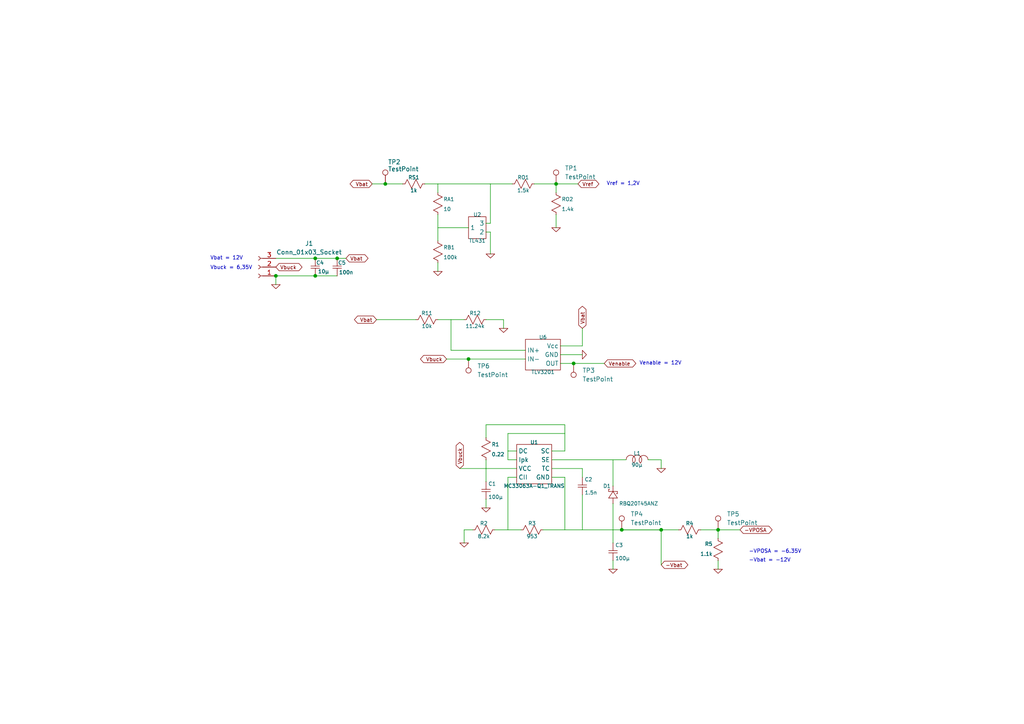
<source format=kicad_sch>
(kicad_sch (version 20231120) (generator "eeschema") (generator_version "8.0")
  (paper "A4")
  (lib_symbols
    (symbol "Connector:Conn_01x03_Socket" (pin_names (offset 1.016) hide)
      (property "Reference" "J" (at 0 5.08 0))
      (property "Value" "Conn_01x03_Socket" (at 0 -5.08 0))
      (symbol "Conn_01x03_Socket_1_1"
        (arc (start 0 -2.032) (mid -0.5058 -2.54) (end 0 -3.048) (stroke (width 0.1524)))
        (polyline (pts (xy -1.27 -2.54) (xy -0.508 -2.54)) (stroke (width 0.1524)))
        (polyline (pts (xy -1.27 0) (xy -0.508 0)) (stroke (width 0.1524)))
        (polyline (pts (xy -1.27 2.54) (xy -0.508 2.54)) (stroke (width 0.1524)))
        (arc (start 0 0.508) (mid -0.5058 0) (end 0 -0.508) (stroke (width 0.1524)))
        (arc (start 0 3.048) (mid -0.5058 2.54) (end 0 2.032) (stroke (width 0.1524)))
        (pin passive line (at -5.08 2.54 0) (length 3.81) (name "Pin_1") (number "1"))
        (pin passive line (at -5.08 0 0) (length 3.81) (name "Pin_2") (number "2"))
        (pin passive line (at -5.08 -2.54 0) (length 3.81) (name "Pin_3") (number "3"))
      )
    )
    (symbol "Connector:TestPoint" (pin_numbers hide) (pin_names (offset 0.762) hide)
      (property "Reference" "TP" (at 0 6.858 0))
      (property "Value" "TestPoint" (at 0 5.08 0))
      (symbol "TestPoint_0_1"
        (circle (center 0 3.302) (radius 0.762))
      )
      (symbol "TestPoint_1_1"
        (pin passive line (at 0 0 90) (length 2.54) (name "1") (number "1"))
      )
    )
    (symbol "ltspice:GND" (power)
      (symbol "GND_0_0"
        (polyline (pts (xy 1.27 0) (xy -1.27 0) (xy 0 -1.1938) (xy 1.27 0) (xy -1.27 0) (xy 0 -1.1938)) (stroke (width 0.1524)))
        (pin power_in line (at 0 0 0) (length 0.0005) (name "") (number ""))
      )
    )
    (symbol "ltspice:MC33063A-Q1_TRANS" (pin_numbers hide)
      (symbol "MC33063A-Q1_TRANS_0_0"
        (rectangle (start -5.08 5.715) (end 5.08 -5.715) (stroke (width 0.1524)))
        (pin passive line (at -5.08 -3.81 0) (length 0.0005) (name "CII") (number "1"))
        (pin passive line (at -5.08 3.81 0) (length 0.0005) (name "DC") (number "2"))
        (pin passive line (at 5.08 -3.81 180) (length 0.0005) (name "GND") (number "3"))
        (pin passive line (at -5.08 1.27 0) (length 0.0005) (name "Ipk") (number "4"))
        (pin passive line (at 5.08 3.81 180) (length 0.0005) (name "SC") (number "5"))
        (pin passive line (at 5.08 1.27 180) (length 0.0005) (name "SE") (number "6"))
        (pin passive line (at 5.08 -1.27 180) (length 0.0005) (name "TC") (number "7"))
        (pin passive line (at -5.08 -1.27 0) (length 0.0005) (name "VCC") (number "8"))
      )
    )
    (symbol "ltspice:TLV3201" (pin_numbers hide)
      (symbol "TLV3201_0_0"
        (rectangle (start -5.08 4.445) (end 5.08 -4.445) (stroke (width 0.1524)))
        (pin passive line (at -5.08 1.27 0) (length 0.0005) (name "IN+") (number "1"))
        (pin passive line (at -5.08 -1.27 0) (length 0.0005) (name "IN-") (number "2"))
        (pin passive line (at 5.08 2.54 180) (length 0.0005) (name "Vcc") (number "3"))
        (pin passive line (at 5.08 0 180) (length 0.0005) (name "GND") (number "4"))
        (pin passive line (at 5.08 -2.54 180) (length 0.0005) (name "OUT") (number "5"))
      )
    )
    (symbol "ltspice:cap" (pin_numbers hide)
      (symbol "cap_0_0"
        (polyline (pts (xy 1.27 -5.08) (xy 1.27 -2.8702)) (stroke (width 0.1524)))
        (polyline (pts (xy 1.27 0) (xy 1.27 -2.2352)) (stroke (width 0.1524)))
        (polyline (pts (xy 2.54 -2.8702) (xy 0 -2.8702)) (stroke (width 0.1524)))
        (polyline (pts (xy 2.54 -2.2352) (xy 0 -2.2352)) (stroke (width 0.1524)))
        (pin passive line (at 1.27 0 0) (length 0.0005) (name "") (number "1"))
        (pin passive line (at 1.27 -5.08 0) (length 0.0005) (name "") (number "2"))
      )
    )
    (symbol "ltspice:ind" (pin_numbers hide)
      (symbol "ind_0_0"
        (arc (start 0.3302 -5.4102) (mid 2.6171 -4.436) (end 0.3302 -3.5052) (stroke (width 0.1524)))
        (arc (start 0.3302 -3.5052) (mid 2.518 -3.0472) (end 1.27 -1.27) (stroke (width 0.1524)))
        (arc (start 1.27 -7.62) (mid 2.4433 -5.864) (end 0.3302 -5.4102) (stroke (width 0.1524)))
        (pin passive line (at 1.27 -1.27 0) (length 0.0005) (name "") (number "1"))
        (pin passive line (at 1.27 -7.62 0) (length 0.0005) (name "") (number "2"))
      )
    )
    (symbol "ltspice:res" (pin_numbers hide)
      (symbol "res_0_0"
        (polyline (pts (xy 0 -6.35) (xy 2.54 -5.08)) (stroke (width 0.1524)))
        (polyline (pts (xy 0 -3.81) (xy 2.54 -2.54)) (stroke (width 0.1524)))
        (polyline (pts (xy 1.27 -7.62) (xy 1.27 -6.985)) (stroke (width 0.1524)))
        (polyline (pts (xy 1.27 -6.985) (xy 0 -6.35)) (stroke (width 0.1524)))
        (polyline (pts (xy 1.27 -1.905) (xy 1.27 -1.27)) (stroke (width 0.1524)))
        (polyline (pts (xy 2.54 -5.08) (xy 0 -3.81)) (stroke (width 0.1524)))
        (polyline (pts (xy 2.54 -2.54) (xy 1.27 -1.905)) (stroke (width 0.1524)))
        (pin passive line (at 1.27 -1.27 0) (length 0.0005) (name "") (number "1"))
        (pin passive line (at 1.27 -7.62 0) (length 0.0005) (name "") (number "2"))
      )
    )
    (symbol "ltspice:schottky" (pin_numbers hide)
      (symbol "schottky_0_0"
        (polyline (pts (xy 0 -2.8702) (xy 0 -3.5052)) (stroke (width 0.1524)))
        (polyline (pts (xy 0.3302 -2.8702) (xy 0 -2.8702)) (stroke (width 0.1524)))
        (polyline (pts (xy 1.27 -5.08) (xy 1.27 -3.5052)) (stroke (width 0.1524)))
        (polyline (pts (xy 1.27 -3.5052) (xy 0 -1.6002)) (stroke (width 0.1524)))
        (polyline (pts (xy 1.27 -3.5052) (xy 2.54 -1.6002)) (stroke (width 0.1524)))
        (polyline (pts (xy 1.27 -1.6002) (xy 1.27 0)) (stroke (width 0.1524)))
        (polyline (pts (xy 2.2352 -4.1402) (xy 2.54 -4.1402)) (stroke (width 0.1524)))
        (polyline (pts (xy 2.54 -4.1402) (xy 2.54 -3.5052)) (stroke (width 0.1524)))
        (polyline (pts (xy 2.54 -3.5052) (xy 0 -3.5052)) (stroke (width 0.1524)))
        (polyline (pts (xy 2.54 -1.6002) (xy 0 -1.6002)) (stroke (width 0.1524)))
        (pin passive line (at 1.27 0 0) (length 0.0005) (name "+") (number "1"))
        (pin passive line (at 1.27 -5.08 0) (length 0.0005) (name "-") (number "2"))
      )
    )
    (symbol "ltspice:tl431" (pin_numbers hide)
      (symbol "tl431_0_0"
        (rectangle (start -2.54 3.175) (end 2.54 -3.175) (stroke (width 0.1524)))
        (pin passive line (at 2.54 -1.27 180) (length 0.0005) (name "2") (number "1"))
        (pin passive line (at 2.54 1.27 180) (length 0.0005) (name "3") (number "2"))
        (pin passive line (at -2.54 0 0) (length 0.0005) (name "1") (number "3"))
      )
    )
  )
  (junction (at 135.89 104.14))
  (junction (at 80.01 80.01))
  (junction (at 111.76 53.34))
  (junction (at 91.44 74.93))
  (junction (at 166.37 105.41))
  (junction (at 91.44 80.01))
  (junction (at 161.29 53.34))
  (junction (at 97.79 74.93))
  (junction (at 208.28 153.67))
  (junction (at 191.77 153.67))
  (junction (at 180.34 153.67))
  (wire (pts (xy 152.4 104.14) (xy 135.89 104.14)) (stroke (width 0.1524)))
  (wire (pts (xy 80.01 80.01) (xy 91.44 80.01)))
  (wire (pts (xy 140.97 135.89) (xy 140.97 133.35)) (stroke (width 0.1524)))
  (wire (pts (xy 177.8 153.67) (xy 168.91 153.67)) (stroke (width 0.1524)))
  (wire (pts (xy 162.56 105.41) (xy 166.37 105.41)) (stroke (width 0.1524)))
  (wire (pts (xy 180.34 153.67) (xy 191.77 153.67)))
  (wire (pts (xy 168.91 138.43) (xy 168.91 135.89)) (stroke (width 0.1524)))
  (wire (pts (xy 177.8 153.67) (xy 177.8 146.05)) (stroke (width 0.1524)))
  (wire (pts (xy 168.91 100.33) (xy 168.91 95.25)) (stroke (width 0.1524)))
  (wire (pts (xy 149.86 133.35) (xy 147.32 133.35)) (stroke (width 0.1524)))
  (wire (pts (xy 151.13 153.67) (xy 147.32 153.67)) (stroke (width 0.1524)))
  (wire (pts (xy 130.81 101.6) (xy 130.81 92.71)) (stroke (width 0.1524)))
  (wire (pts (xy 147.32 133.35) (xy 147.32 130.81)) (stroke (width 0.1524)))
  (wire (pts (xy 120.65 92.71) (xy 109.22 92.71)) (stroke (width 0.1524)))
  (wire (pts (xy 140.97 127) (xy 140.97 123.19)) (stroke (width 0.1524)))
  (wire (pts (xy 214.63 153.67) (xy 208.28 153.67)) (stroke (width 0.1524)))
  (wire (pts (xy 148.59 53.34) (xy 142.24 53.34)) (stroke (width 0.1524)))
  (wire (pts (xy 140.97 135.89) (xy 133.35 135.89)) (stroke (width 0.1524)))
  (wire (pts (xy 166.37 105.41) (xy 175.26 105.41)) (stroke (width 0.1524)))
  (wire (pts (xy 116.84 53.34) (xy 111.76 53.34)) (stroke (width 0.1524)))
  (wire (pts (xy 97.79 74.93) (xy 100.33 74.93)))
  (wire (pts (xy 127 78.74) (xy 127 76.2)) (stroke (width 0.1524)))
  (wire (pts (xy 163.83 153.67) (xy 163.83 138.43)) (stroke (width 0.1524)))
  (wire (pts (xy 142.24 64.77) (xy 140.97 64.77)) (stroke (width 0.1524)))
  (wire (pts (xy 149.86 130.81) (xy 147.32 130.81)) (stroke (width 0.1524)))
  (wire (pts (xy 91.44 74.93) (xy 97.79 74.93)))
  (wire (pts (xy 127 66.04) (xy 127 62.23)) (stroke (width 0.1524)))
  (wire (pts (xy 135.89 66.04) (xy 127 66.04)) (stroke (width 0.1524)))
  (wire (pts (xy 137.16 153.67) (xy 134.62 153.67)) (stroke (width 0.1524)))
  (wire (pts (xy 111.76 53.34) (xy 107.95 53.34)) (stroke (width 0.1524)))
  (wire (pts (xy 91.44 80.01) (xy 97.79 80.01)))
  (wire (pts (xy 167.64 53.34) (xy 161.29 53.34)) (stroke (width 0.1524)))
  (wire (pts (xy 142.24 67.31) (xy 140.97 67.31)) (stroke (width 0.1524)))
  (wire (pts (xy 127 55.88) (xy 127 53.34)) (stroke (width 0.1524)))
  (wire (pts (xy 149.86 135.89) (xy 140.97 135.89)) (stroke (width 0.1524)))
  (wire (pts (xy 142.24 53.34) (xy 127 53.34)) (stroke (width 0.1524)))
  (wire (pts (xy 142.24 64.77) (xy 142.24 53.34)) (stroke (width 0.1524)))
  (wire (pts (xy 168.91 153.67) (xy 168.91 143.51)) (stroke (width 0.1524)))
  (wire (pts (xy 191.77 135.89) (xy 191.77 133.35)) (stroke (width 0.1524)))
  (wire (pts (xy 80.01 82.55) (xy 80.01 80.01)))
  (wire (pts (xy 140.97 139.7) (xy 140.97 135.89)) (stroke (width 0.1524)))
  (wire (pts (xy 130.81 92.71) (xy 127 92.71)) (stroke (width 0.1524)))
  (wire (pts (xy 127 69.85) (xy 127 66.04)) (stroke (width 0.1524)))
  (wire (pts (xy 177.8 133.35) (xy 160.02 133.35)) (stroke (width 0.1524)))
  (wire (pts (xy 168.91 153.67) (xy 163.83 153.67)) (stroke (width 0.1524)))
  (wire (pts (xy 163.83 153.67) (xy 157.48 153.67)) (stroke (width 0.1524)))
  (wire (pts (xy 181.61 133.35) (xy 177.8 133.35)) (stroke (width 0.1524)))
  (wire (pts (xy 163.83 130.81) (xy 163.83 125.73)) (stroke (width 0.1524)))
  (wire (pts (xy 177.8 165.1) (xy 177.8 162.56)) (stroke (width 0.1524)))
  (wire (pts (xy 191.77 163.83) (xy 191.77 153.67)) (stroke (width 0.1524)))
  (wire (pts (xy 168.91 135.89) (xy 160.02 135.89)) (stroke (width 0.1524)))
  (wire (pts (xy 147.32 153.67) (xy 143.51 153.67)) (stroke (width 0.1524)))
  (wire (pts (xy 168.91 100.33) (xy 162.56 100.33)) (stroke (width 0.1524)))
  (wire (pts (xy 191.77 133.35) (xy 187.96 133.35)) (stroke (width 0.1524)))
  (wire (pts (xy 161.29 66.04) (xy 161.29 62.23)) (stroke (width 0.1524)))
  (wire (pts (xy 147.32 130.81) (xy 147.32 125.73)) (stroke (width 0.1524)))
  (wire (pts (xy 208.28 153.67) (xy 203.2 153.67)) (stroke (width 0.1524)))
  (wire (pts (xy 127 53.34) (xy 123.19 53.34)) (stroke (width 0.1524)))
  (wire (pts (xy 208.28 165.1) (xy 208.28 162.56)) (stroke (width 0.1524)))
  (wire (pts (xy 80.01 74.93) (xy 91.44 74.93)))
  (wire (pts (xy 208.28 156.21) (xy 208.28 153.67)) (stroke (width 0.1524)))
  (wire (pts (xy 134.62 92.71) (xy 130.81 92.71)) (stroke (width 0.1524)))
  (wire (pts (xy 163.83 130.81) (xy 160.02 130.81)) (stroke (width 0.1524)))
  (wire (pts (xy 191.77 153.67) (xy 180.34 153.67)) (stroke (width 0.1524)))
  (wire (pts (xy 161.29 55.88) (xy 161.29 53.34)) (stroke (width 0.1524)))
  (wire (pts (xy 180.34 153.67) (xy 177.8 153.67)) (stroke (width 0.1524)))
  (wire (pts (xy 168.91 102.87) (xy 162.56 102.87)) (stroke (width 0.1524)))
  (wire (pts (xy 147.32 153.67) (xy 147.32 138.43)) (stroke (width 0.1524)))
  (wire (pts (xy 163.83 125.73) (xy 147.32 125.73)) (stroke (width 0.1524)))
  (wire (pts (xy 163.83 138.43) (xy 160.02 138.43)) (stroke (width 0.1524)))
  (wire (pts (xy 152.4 101.6) (xy 130.81 101.6)) (stroke (width 0.1524)))
  (wire (pts (xy 161.29 53.34) (xy 154.94 53.34)) (stroke (width 0.1524)))
  (wire (pts (xy 163.83 125.73) (xy 163.83 123.19)) (stroke (width 0.1524)))
  (wire (pts (xy 134.62 157.48) (xy 134.62 153.67)) (stroke (width 0.1524)))
  (wire (pts (xy 146.05 92.71) (xy 140.97 92.71)) (stroke (width 0.1524)))
  (wire (pts (xy 142.24 73.66) (xy 142.24 67.31)) (stroke (width 0.1524)))
  (wire (pts (xy 140.97 147.32) (xy 140.97 144.78)) (stroke (width 0.1524)))
  (wire (pts (xy 146.05 95.25) (xy 146.05 92.71)) (stroke (width 0.1524)))
  (wire (pts (xy 163.83 123.19) (xy 140.97 123.19)) (stroke (width 0.1524)))
  (wire (pts (xy 135.89 104.14) (xy 129.54 104.14)) (stroke (width 0.1524)))
  (wire (pts (xy 149.86 138.43) (xy 147.32 138.43)) (stroke (width 0.1524)))
  (wire (pts (xy 196.85 153.67) (xy 191.77 153.67)) (stroke (width 0.1524)))
  (wire (pts (xy 177.8 140.97) (xy 177.8 133.35)) (stroke (width 0.1524)))
  (wire (pts (xy 177.8 157.48) (xy 177.8 153.67)) (stroke (width 0.1524)))
  (text "Vbuck = 6,35V\n" (at 60.96 77.724 0) (effects (font (size 1.0668 1.0668)) (justify left)))
  (text "Vbat = 12V\n" (at 60.96 74.93 0) (effects (font (size 1.0668 1.0668)) (justify left)))
  (text "-Vbat = -12V" (at 217.17 162.56 0) (effects (font (size 1.0668 1.0668)) (justify left)))
  (text "-VPOSA = -6.35V" (at 217.17 160.02 0) (effects (font (size 1.0668 1.0668)) (justify left)))
  (text "Venable = 12V" (at 185.42 105.41 0) (effects (font (size 1.0668 1.0668)) (justify left)))
  (text "Vref = 1,2V" (at 175.895 53.34 0) (effects (font (size 1.0668 1.0668)) (justify left)))
  (global_label "Venable" (shape bidirectional) (at 175.26 105.41 0) (effects (font (size 1.0668 1.0668))) (property "Intersheetrefs" "${INTERSHEET_REFS}" (effects (hide yes))))
  (global_label "-Vbat" (shape bidirectional) (at 191.77 163.83 0) (effects (font (size 1.0668 1.0668))) (property "Intersheetrefs" "${INTERSHEET_REFS}" (effects (hide yes))))
  (global_label "Vref" (shape bidirectional) (at 167.64 53.34 0) (effects (font (size 1.0668 1.0668))) (property "Intersheetrefs" "${INTERSHEET_REFS}" (effects (hide yes))))
  (global_label "-VPOSA" (shape bidirectional) (at 214.63 153.67 0) (effects (font (size 1.0668 1.0668))) (property "Intersheetrefs" "${INTERSHEET_REFS}" (effects (hide yes))))
  (global_label "Vbuck" (shape bidirectional) (at 133.35 135.89 90) (effects (font (size 1.0668 1.0668))) (property "Intersheetrefs" "${INTERSHEET_REFS}" (effects (hide yes))))
  (global_label "Vbat" (shape bidirectional) (at 109.22 92.71 180) (effects (font (size 1.0668 1.0668))) (property "Intersheetrefs" "${INTERSHEET_REFS}" (effects (hide yes))))
  (global_label "Vbat" (shape bidirectional) (at 168.91 95.25 90) (effects (font (size 1.0668 1.0668))) (property "Intersheetrefs" "${INTERSHEET_REFS}" (effects (hide yes))))
  (global_label "Vbuck" (shape bidirectional) (at 80.01 77.47 0) (effects (font (size 1.0668 1.0668))) (property "Intersheetrefs" "${INTERSHEET_REFS}" (effects (hide yes))))
  (global_label "Vbuck" (shape bidirectional) (at 129.54 104.14 180) (effects (font (size 1.0668 1.0668))) (property "Intersheetrefs" "${INTERSHEET_REFS}" (effects (hide yes))))
  (global_label "Vbat" (shape bidirectional) (at 100.33 74.93 0) (effects (font (size 1.0668 1.0668))) (property "Intersheetrefs" "${INTERSHEET_REFS}" (effects (hide yes))))
  (global_label "Vbat" (shape bidirectional) (at 107.95 53.34 180) (effects (font (size 1.0668 1.0668))) (property "Intersheetrefs" "${INTERSHEET_REFS}" (effects (hide yes))))
  (symbol (lib_id "ltspice:cap") (at 90.17 74.93 0) (unit 1)
    (property "Reference" "C4" (at 91.694 76.2 0) (effects (font (size 1.0668 1.0668)) (justify left)))
    (property "Value" "10µ" (at 92.202 78.74 0) (effects (font (size 1.0668 1.0668)) (justify left)))
    (property "Footprint" "Capacitor_THT:CP_Radial_D5.0mm_P2.50mm" (effects (hide yes)))
    (property "Sim.Device" "C" (effects (hide yes)))
    (property "Sim.Params" "C=${VALUE}" (effects (hide yes)))
  )
  (symbol (lib_id "ltspice:res") (at 125.73 68.58 0) (unit 1)
    (property "Reference" "RB1" (at 128.6002 71.755 0) (effects (font (size 1.0668 1.0668)) (justify left)))
    (property "Value" "100k" (at 128.6002 74.6252 0) (effects (font (size 1.0668 1.0668)) (justify left)))
    (property "Footprint" "Resistor_THT:R_Axial_DIN0207_L6.3mm_D2.5mm_P7.62mm_Horizontal" (effects (hide yes)))
    (property "Sim.Device" "R" (effects (hide yes)))
    (property "Sim.Params" "R=${VALUE}" (effects (hide yes)))
  )
  (symbol (lib_id "ltspice:res") (at 158.75 152.4 270) (unit 1)
    (property "Reference" "R3" (at 154.305 152.4 90) (effects (font (size 1.0668 1.0668)) (justify bottom)))
    (property "Value" "953" (at 154.305 154.94 90) (effects (font (size 1.0668 1.0668)) (justify top)))
    (property "Footprint" "Resistor_THT:R_Axial_DIN0207_L6.3mm_D2.5mm_P7.62mm_Horizontal" (effects (hide yes)))
    (property "Sim.Device" "R" (effects (hide yes)))
    (property "Sim.Params" "R=${VALUE}" (effects (hide yes)))
  )
  (symbol (lib_id "ltspice:GND") (at 127 78.74 0) (unit 1)
    (property "Reference" "#GND01" (effects (hide yes)))
    (property "Value" "0" (effects (hide yes)))
  )
  (symbol (lib_id "Connector:TestPoint") (at 161.29 53.34 0) (unit 1)
    (property "Reference" "TP1" (at 163.83 48.7679 0) (effects (justify left)))
    (property "Value" "TestPoint" (at 163.83 51.3079 0) (effects (justify left)))
    (property "Footprint" "TestPoint:TestPoint_THTPad_2.0x2.0mm_Drill1.0mm" (effects (hide yes)))
    (property "Description" "test point" (effects (hide yes)))
  )
  (symbol (lib_id "ltspice:GND") (at 191.77 135.89 0) (unit 1)
    (property "Reference" "#GND09" (effects (hide yes)))
    (property "Value" "0" (effects (hide yes)))
  )
  (symbol (lib_id "ltspice:GND") (at 140.97 147.32 0) (unit 1)
    (property "Reference" "#GND07" (effects (hide yes)))
    (property "Value" "0" (effects (hide yes)))
  )
  (symbol (lib_id "ltspice:res") (at 144.78 152.4 270) (unit 1)
    (property "Reference" "R2" (at 140.335 152.4 90) (effects (font (size 1.0668 1.0668)) (justify bottom)))
    (property "Value" "8.2k" (at 140.335 154.94 90) (effects (font (size 1.0668 1.0668)) (justify top)))
    (property "Footprint" "Resistor_THT:R_Axial_DIN0207_L6.3mm_D2.5mm_P7.62mm_Horizontal" (effects (hide yes)))
    (property "Sim.Device" "R" (effects (hide yes)))
    (property "Sim.Params" "R=${VALUE}" (effects (hide yes)))
  )
  (symbol (lib_id "ltspice:GND") (at 142.24 73.66 0) (unit 1)
    (property "Reference" "#GND02" (effects (hide yes)))
    (property "Value" "0" (effects (hide yes)))
  )
  (symbol (lib_id "ltspice:TLV3201") (at 157.48 102.87 0) (unit 1)
    (property "Reference" "U6" (at 157.48 98.425 0) (effects (font (size 1.0668 1.0668)) (justify bottom)))
    (property "Value" "TLV3201" (at 157.48 107.315 0) (effects (font (size 1.0668 1.0668)) (justify top)))
    (property "Footprint" "Package_TO_SOT_SMD:SOT-23-5" (effects (hide yes)))
    (property "Sim.Library" "C:\\users\\Denise.Viltes\\OneDrive - Toyota Argentina S.A\\Documentos\\dce-g5-proyecto_integrador-main\\dce-g5-proyecto_integrador-main\\Checkpoint 4\\Support\\Librerias support\\tlv3201.lib" (effects (hide yes)))
    (property "Sim.Device" "SUBCKT" (effects (hide yes)))
    (property "Sim.Params" "model=\"TLV3201\"" (effects (hide yes)))
  )
  (symbol (lib_id "Connector:TestPoint") (at 135.89 104.14 180) (unit 1)
    (property "Reference" "TP6" (at 138.43 106.1719 0) (effects (justify right)))
    (property "Value" "TestPoint" (at 138.43 108.7119 0) (effects (justify right)))
    (property "Footprint" "TestPoint:TestPoint_THTPad_2.0x2.0mm_Drill1.0mm" (effects (hide yes)))
    (property "Description" "test point" (effects (hide yes)))
  )
  (symbol (lib_id "ltspice:res") (at 125.73 54.61 0) (unit 1)
    (property "Reference" "RA1" (at 128.6002 57.785 0) (effects (font (size 1.0668 1.0668)) (justify left)))
    (property "Value" "10" (at 128.6002 60.6552 0) (effects (font (size 1.0668 1.0668)) (justify left)))
    (property "Footprint" "Resistor_THT:R_Axial_DIN0207_L6.3mm_D2.5mm_P7.62mm_Horizontal" (effects (hide yes)))
    (property "Sim.Device" "R" (effects (hide yes)))
    (property "Sim.Params" "R=${VALUE}" (effects (hide yes)))
  )
  (symbol (lib_id "ltspice:tl431") (at 138.43 66.04 0) (unit 1)
    (property "Reference" "U2" (at 138.43 62.865 0) (effects (font (size 1.0668 1.0668)) (justify bottom)))
    (property "Value" "TL431" (at 138.43 69.215 0) (effects (font (size 1.0668 1.0668)) (justify top)))
    (property "Footprint" "Package_TO_SOT_SMD:SOT-23-3" (effects (hide yes)))
    (property "Sim.Library" "C:\\users\\Denise.Viltes\\OneDrive - Toyota Argentina S.A\\Documentos\\dce-g5-proyecto_integrador-main\\dce-g5-proyecto_integrador-main\\Checkpoint 4\\Support\\Librerias support\\tl431.lib" (effects (hide yes)))
    (property "Sim.Device" "SUBCKT" (effects (hide yes)))
    (property "Sim.Params" "model=\"TL431\"" (effects (hide yes)))
  )
  (symbol (lib_id "ltspice:ind") (at 180.34 134.62 90) (unit 1)
    (property "Reference" "L1" (at 184.785 132.08 90) (effects (font (size 1.0668 1.0668)) (justify top)))
    (property "Value" "90µ" (at 184.785 134.2136 90) (effects (font (size 1.0668 1.0668)) (justify bottom)))
    (property "Footprint" "Inductor_THT:L_Radial_D9.5mm_P5.00mm_Fastron_07HVP" (effects (hide yes)))
    (property "Sim.Device" "L" (effects (hide yes)))
    (property "Sim.Params" "L=${VALUE}" (effects (hide yes)))
  )
  (symbol (lib_id "ltspice:res") (at 209.55 163.83 180) (unit 1)
    (property "Reference" "R5" (at 206.6798 157.7848 0) (effects (font (size 1.0668 1.0668)) (justify left)))
    (property "Value" "1.1k" (at 206.6798 160.655 0) (effects (font (size 1.0668 1.0668)) (justify left)))
    (property "Footprint" "Resistor_THT:R_Axial_DIN0207_L6.3mm_D2.5mm_P7.62mm_Horizontal" (effects (hide yes)))
    (property "Sim.Device" "R" (effects (hide yes)))
    (property "Sim.Params" "R=${VALUE}" (effects (hide yes)))
  )
  (symbol (lib_id "ltspice:GND") (at 80.01 82.55 0) (unit 1)
    (property "Reference" "#GND012" (effects (hide yes)))
    (property "Value" "0" (effects (hide yes)))
  )
  (symbol (lib_id "ltspice:cap") (at 167.64 138.43 0) (unit 1)
    (property "Reference" "C2" (at 169.545 139.065 0) (effects (font (size 1.0668 1.0668)) (justify left)))
    (property "Value" "1.5n" (at 169.545 142.875 0) (effects (font (size 1.0668 1.0668)) (justify left)))
    (property "Footprint" "Capacitor_THT:C_Disc_D3.4mm_W2.1mm_P2.50mm" (effects (hide yes)))
    (property "Sim.Device" "C" (effects (hide yes)))
    (property "Sim.Params" "C=${VALUE}" (effects (hide yes)))
  )
  (symbol (lib_id "ltspice:MC33063A-Q1_TRANS") (at 154.94 134.62 0) (unit 1)
    (property "Reference" "U1" (at 154.94 128.905 0) (effects (font (size 1.0668 1.0668)) (justify bottom)))
    (property "Value" "MC33063A-Q1_TRANS" (at 154.94 140.335 0) (effects (font (size 1.0668 1.0668)) (justify top)))
    (property "Footprint" "Package_SO:SOIC-8_3.9x4.9mm_P1.27mm" (effects (hide yes)))
    (property "Sim.Library" "C:\\users\\Denise.Viltes\\OneDrive - Toyota Argentina S.A\\Documentos\\dce-g5-proyecto_integrador-main\\dce-g5-proyecto_integrador-main\\Checkpoint 4\\Support\\Librerias support\\MC33063A_2.lib" (effects (hide yes)))
    (property "Sim.Device" "SUBCKT" (effects (hide yes)))
    (property "Sim.Params" "model=\"MC33063A-Q1_TRANS\"" (effects (hide yes)))
  )
  (symbol (lib_id "ltspice:res") (at 115.57 54.61 90) (unit 1)
    (property "Reference" "RS1" (at 120.015 52.07 90) (effects (font (size 1.0668 1.0668)) (justify top)))
    (property "Value" "1k" (at 120.015 54.61 90) (effects (font (size 1.0668 1.0668)) (justify bottom)))
    (property "Footprint" "Resistor_THT:R_Axial_DIN0207_L6.3mm_D2.5mm_P7.62mm_Horizontal" (effects (hide yes)))
    (property "Sim.Device" "R" (effects (hide yes)))
    (property "Sim.Params" "R=${VALUE}" (effects (hide yes)))
  )
  (symbol (lib_id "ltspice:res") (at 142.24 91.44 270) (unit 1)
    (property "Reference" "R12" (at 137.795 91.44 90) (effects (font (size 1.0668 1.0668)) (justify bottom)))
    (property "Value" "11.24k" (at 137.795 93.98 90) (effects (font (size 1.0668 1.0668)) (justify top)))
    (property "Footprint" "Resistor_THT:R_Axial_DIN0207_L6.3mm_D2.5mm_P7.62mm_Horizontal" (effects (hide yes)))
    (property "Sim.Device" "R" (effects (hide yes)))
    (property "Sim.Params" "R=${VALUE}" (effects (hide yes)))
  )
  (symbol (lib_id "ltspice:res") (at 204.47 152.4 270) (unit 1)
    (property "Reference" "R4" (at 200.025 152.4 90) (effects (font (size 1.0668 1.0668)) (justify bottom)))
    (property "Value" "1k" (at 200.025 154.94 90) (effects (font (size 1.0668 1.0668)) (justify top)))
    (property "Footprint" "Resistor_THT:R_Axial_DIN0207_L6.3mm_D2.5mm_P7.62mm_Horizontal" (effects (hide yes)))
    (property "Sim.Device" "R" (effects (hide yes)))
    (property "Sim.Params" "R=${VALUE}" (effects (hide yes)))
  )
  (symbol (lib_id "ltspice:res") (at 160.02 54.61 0) (unit 1)
    (property "Reference" "RO2" (at 162.8902 57.785 0) (effects (font (size 1.0668 1.0668)) (justify left)))
    (property "Value" "1.4k" (at 162.8902 60.6552 0) (effects (font (size 1.0668 1.0668)) (justify left)))
    (property "Footprint" "Resistor_THT:R_Axial_DIN0207_L6.3mm_D2.5mm_P7.62mm_Horizontal" (effects (hide yes)))
    (property "Sim.Device" "R" (effects (hide yes)))
    (property "Sim.Params" "R=${VALUE}" (effects (hide yes)))
  )
  (symbol (lib_id "Connector:TestPoint") (at 111.76 53.34 0) (unit 1)
    (property "Reference" "TP2" (at 112.522 46.99 0) (effects (justify left)))
    (property "Value" "TestPoint" (at 112.522 49.022 0) (effects (justify left)))
    (property "Footprint" "TestPoint:TestPoint_THTPad_2.0x2.0mm_Drill1.0mm" (effects (hide yes)))
    (property "Description" "test point" (effects (hide yes)))
  )
  (symbol (lib_id "ltspice:cap") (at 176.53 157.48 0) (unit 1)
    (property "Reference" "C3" (at 178.435 158.115 0) (effects (font (size 1.0668 1.0668)) (justify left)))
    (property "Value" "100µ" (at 178.435 161.925 0) (effects (font (size 1.0668 1.0668)) (justify left)))
    (property "Footprint" "Capacitor_THT:C_Disc_D3.4mm_W2.1mm_P2.50mm" (effects (hide yes)))
    (property "Sim.Device" "C" (effects (hide yes)))
    (property "Sim.Params" "C=${VALUE}" (effects (hide yes)))
  )
  (symbol (lib_id "ltspice:schottky") (at 179.07 146.05 180) (unit 1)
    (property "Reference" "D1" (at 177.165 140.97 0) (effects (font (size 1.0668 1.0668)) (justify left)))
    (property "Value" "RBQ20T45ANZ" (at 190.9064 146.05 0) (effects (font (size 1.0668 1.0668)) (justify left)))
    (property "Footprint" "Diode_THT:D_DO-27_P12.70mm_Horizontal" (effects (hide yes)))
    (property "Sim.Device" "SPICE" (effects (hide yes)))
    (property "Sim.Params" "model=\"RBQ20T45ANZ\"" (effects (hide yes)))
  )
  (symbol (lib_id "ltspice:GND") (at 161.29 66.04 0) (unit 1)
    (property "Reference" "#GND03" (effects (hide yes)))
    (property "Value" "0" (effects (hide yes)))
  )
  (symbol (lib_id "ltspice:GND") (at 134.62 157.48 0) (unit 1)
    (property "Reference" "#GND08" (effects (hide yes)))
    (property "Value" "0" (effects (hide yes)))
  )
  (symbol (lib_id "Connector:Conn_01x03_Socket") (at 74.93 77.47 180) (unit 1)
    (property "Reference" "J1" (at 89.662 70.612 0))
    (property "Value" "Conn_01x03_Socket" (at 89.662 73.152 0))
    (property "Footprint" "TerminalBlock:TerminalBlock_bornier-3_P5.08mm" (effects (hide yes)))
    (property "Description" "Generic connector, single row, 01x03, script generated" (effects (hide yes)))
  )
  (symbol (lib_id "ltspice:res") (at 128.27 91.44 270) (unit 1)
    (property "Reference" "R11" (at 123.825 91.44 90) (effects (font (size 1.0668 1.0668)) (justify bottom)))
    (property "Value" "10k" (at 123.825 93.98 90) (effects (font (size 1.0668 1.0668)) (justify top)))
    (property "Footprint" "Resistor_THT:R_Axial_DIN0207_L6.3mm_D2.5mm_P7.62mm_Horizontal" (effects (hide yes)))
    (property "Sim.Device" "R" (effects (hide yes)))
    (property "Sim.Params" "R=${VALUE}" (effects (hide yes)))
  )
  (symbol (lib_id "Connector:TestPoint") (at 180.34 153.67 0) (unit 1)
    (property "Reference" "TP4" (at 182.88 149.0979 0) (effects (justify left)))
    (property "Value" "TestPoint" (at 182.88 151.6379 0) (effects (justify left)))
    (property "Footprint" "TestPoint:TestPoint_THTPad_2.0x2.0mm_Drill1.0mm" (effects (hide yes)))
    (property "Description" "test point" (effects (hide yes)))
  )
  (symbol (lib_id "ltspice:GND") (at 208.28 165.1 0) (unit 1)
    (property "Reference" "#GND011" (effects (hide yes)))
    (property "Value" "0" (effects (hide yes)))
  )
  (symbol (lib_id "ltspice:res") (at 139.7 125.73 0) (unit 1)
    (property "Reference" "R1" (at 142.5702 128.905 0) (effects (font (size 1.0668 1.0668)) (justify left)))
    (property "Value" "0.22" (at 142.5702 131.7752 0) (effects (font (size 1.0668 1.0668)) (justify left)))
    (property "Footprint" "Resistor_THT:R_Axial_DIN0207_L6.3mm_D2.5mm_P7.62mm_Horizontal" (effects (hide yes)))
    (property "Sim.Device" "R" (effects (hide yes)))
    (property "Sim.Params" "R=${VALUE}" (effects (hide yes)))
  )
  (symbol (lib_id "ltspice:GND") (at 168.91 102.87 90) (unit 1)
    (property "Reference" "#GND05" (effects (hide yes)))
    (property "Value" "0" (effects (hide yes)))
  )
  (symbol (lib_id "ltspice:cap") (at 96.52 74.93 0) (unit 1)
    (property "Reference" "C5" (at 98.044 76.2 0) (effects (font (size 1.0668 1.0668)) (justify left)))
    (property "Value" "100n" (at 98.298 78.994 0) (effects (font (size 1.0668 1.0668)) (justify left)))
    (property "Footprint" "Capacitor_THT:C_Disc_D3.4mm_W2.1mm_P2.50mm" (effects (hide yes)))
    (property "Sim.Device" "C" (effects (hide yes)))
    (property "Sim.Params" "C=${VALUE}" (effects (hide yes)))
  )
  (symbol (lib_id "ltspice:cap") (at 139.7 139.7 0) (unit 1)
    (property "Reference" "C1" (at 141.605 140.335 0) (effects (font (size 1.0668 1.0668)) (justify left)))
    (property "Value" "100µ" (at 141.605 144.145 0) (effects (font (size 1.0668 1.0668)) (justify left)))
    (property "Footprint" "Capacitor_THT:C_Disc_D3.4mm_W2.1mm_P2.50mm" (effects (hide yes)))
    (property "Sim.Device" "C" (effects (hide yes)))
    (property "Sim.Params" "C=${VALUE}" (effects (hide yes)))
  )
  (symbol (lib_id "ltspice:GND") (at 177.8 165.1 0) (unit 1)
    (property "Reference" "#GND010" (effects (hide yes)))
    (property "Value" "0" (effects (hide yes)))
  )
  (symbol (lib_id "Connector:TestPoint") (at 208.28 153.67 0) (unit 1)
    (property "Reference" "TP5" (at 210.82 149.0979 0) (effects (justify left)))
    (property "Value" "TestPoint" (at 210.82 151.6379 0) (effects (justify left)))
    (property "Footprint" "TestPoint:TestPoint_THTPad_2.0x2.0mm_Drill1.0mm" (effects (hide yes)))
    (property "Description" "test point" (effects (hide yes)))
  )
  (symbol (lib_id "ltspice:res") (at 147.32 54.61 90) (unit 1)
    (property "Reference" "RO1" (at 151.765 52.07 90) (effects (font (size 1.0668 1.0668)) (justify top)))
    (property "Value" "1.5k" (at 151.765 54.61 90) (effects (font (size 1.0668 1.0668)) (justify bottom)))
    (property "Footprint" "Resistor_THT:R_Axial_DIN0207_L6.3mm_D2.5mm_P7.62mm_Horizontal" (effects (hide yes)))
    (property "Sim.Device" "R" (effects (hide yes)))
    (property "Sim.Params" "R=${VALUE}" (effects (hide yes)))
  )
  (symbol (lib_id "ltspice:GND") (at 146.05 95.25 0) (unit 1)
    (property "Reference" "#GND04" (effects (hide yes)))
    (property "Value" "0" (effects (hide yes)))
  )
  (symbol (lib_id "Connector:TestPoint") (at 166.37 105.41 180) (unit 1)
    (property "Reference" "TP3" (at 168.91 107.4419 0) (effects (justify right)))
    (property "Value" "TestPoint" (at 168.91 109.9819 0) (effects (justify right)))
    (property "Footprint" "TestPoint:TestPoint_THTPad_2.0x2.0mm_Drill1.0mm" (effects (hide yes)))
    (property "Description" "test point" (effects (hide yes)))
  )
)
</source>
